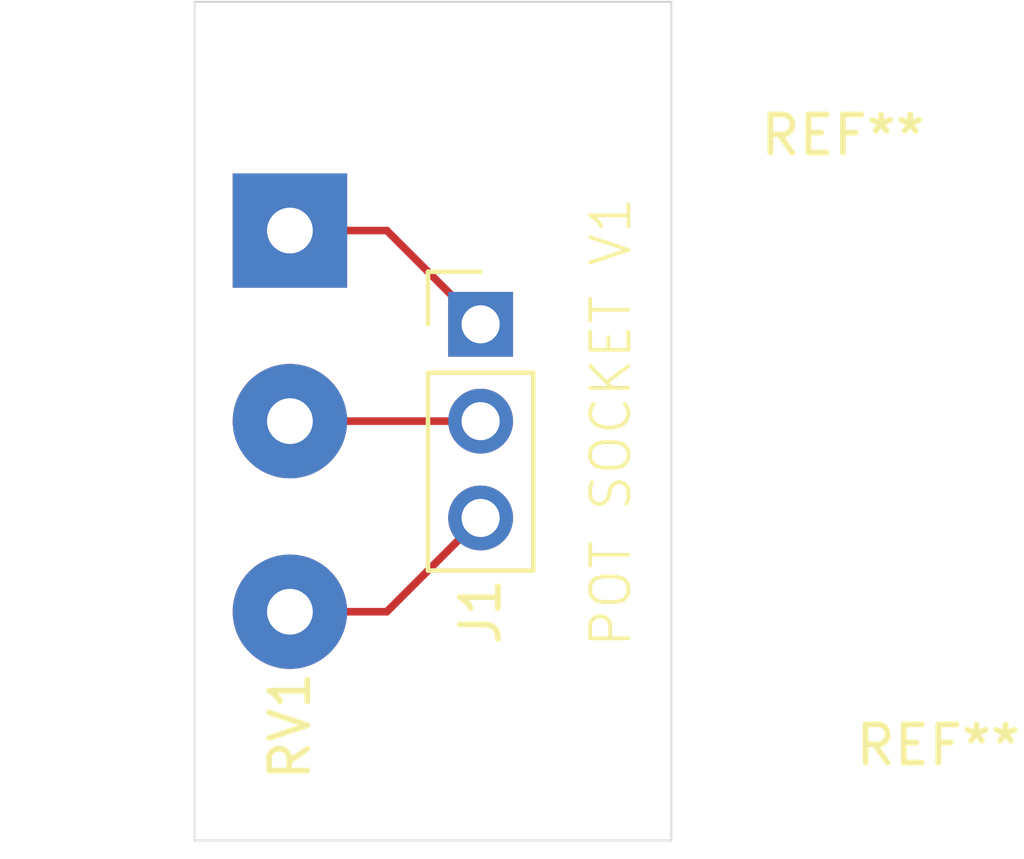
<source format=kicad_pcb>
(kicad_pcb (version 20241229) (generator "pcbnew") (generator_version "9.0")
  (layers (0 "F.Cu" signal) (2 "B.Cu" signal) (13 "F.Paste" user) (15 "B.Paste" user) (5 "F.SilkS" user "F.Silkscreen") (7 "B.SilkS" user "B.Silkscreen") (1 "F.Mask" user) (3 "B.Mask" user) (25 "Edge.Cuts" user))
  (net 0 "")
  (net 1 "Net-(J1-Pin_3)")
  (net 2 "Net-(J1-Pin_2)")
  (net 3 "Net-(J1-Pin_1)")
  (footprint "Potentiometer_THT:Potentiometer_Alps_RK163_Single_Horizontal" (layer "F.Cu") (at 145 95)
    (property "Reference" "RV1" (at 0 13 270) (layer "F.SilkS"))
    (property "Value" "R_Potentiometer_US")
    (pad "1" thru_hole rect (at 0 0 180) (size 3 3) (drill 1.2) (layers "*.Cu" "*.Mask") (net 3 "Net-(J1-Pin_1)"))
    (pad "2" thru_hole circle (at 0 5 180) (size 3 3) (drill 1.2) (layers "*.Cu" "*.Mask") (net 2 "Net-(J1-Pin_2)"))
    (pad "3" thru_hole circle (at 0 10 180) (size 3 3) (drill 1.2) (layers "*.Cu" "*.Mask") (net 1 "Net-(J1-Pin_3)"))
  )
  (footprint "MountingHole:MountingHole_2.2mm_M2" (layer "F.Cu") (at 152.5 92.5)
    (property "Reference" "REF**" (at 7 0 0) (layer "F.SilkS"))
    (property "Value" "MountingHole_2.2mm_M2")
    (pad "" np_thru_hole circle (at 0 0) (size 2.2 2.2) (drill 2.2) (layers "*.Cu" "*.Mask"))
  )
  (footprint "Connector_PinHeader_2.54mm:PinHeader_1x03_P2.54mm_Vertical" (layer "F.Cu") (at 150 97.46)
    (property "Reference" "J1" (at 0 7.54 90) (layer "F.SilkS"))
    (property "Value" "Conn_01x03")
    (fp_line (start -1.38 -1.38) (end 0 -1.38) (stroke (width 0.12)) (layer "F.SilkS"))
    (fp_line (start -1.38 0) (end -1.38 -1.38) (stroke (width 0.12)) (layer "F.SilkS"))
    (fp_line (start -1.38 1.27) (end -1.38 6.46) (stroke (width 0.12)) (layer "F.SilkS"))
    (fp_line (start -1.38 1.27) (end 1.38 1.27) (stroke (width 0.12)) (layer "F.SilkS"))
    (fp_line (start -1.38 6.46) (end 1.38 6.46) (stroke (width 0.12)) (layer "F.SilkS"))
    (fp_line (start 1.38 1.27) (end 1.38 6.46) (stroke (width 0.12)) (layer "F.SilkS"))
    (pad "1" thru_hole rect (at 0 0) (size 1.7 1.7) (drill 1) (layers "*.Cu" "*.Mask") (net 3 "Net-(J1-Pin_1)"))
    (pad "2" thru_hole circle (at 0 2.54) (size 1.7 1.7) (drill 1) (layers "*.Cu" "*.Mask") (net 2 "Net-(J1-Pin_2)"))
    (pad "3" thru_hole circle (at 0 5.08) (size 1.7 1.7) (drill 1) (layers "*.Cu" "*.Mask") (net 1 "Net-(J1-Pin_3)"))
  )
  (footprint "MountingHole:MountingHole_2.2mm_M2" (layer "F.Cu") (at 152.5 107.5)
    (property "Reference" "REF**" (at 9.5 1 0) (layer "F.SilkS"))
    (property "Value" "MountingHole_2.2mm_M2")
    (pad "" np_thru_hole circle (at 0 0) (size 2.2 2.2) (drill 2.2) (layers "*.Cu" "*.Mask"))
  )
  (gr_rect (start 142.5 89) (end 155 111) (stroke (width 0.05)) (fill no) (layer "Edge.Cuts"))
  (gr_text "POT SOCKET V1" (at 154 106 90) (layer "F.SilkS") (effects (font (size 1 1) (thickness 0.1)) (justify left bottom)))
  (segment (start 147.54 105) (end 150 102.54) (width 0.2) (layer "F.Cu") (net 1))
  (segment (start 145 105) (end 147.54 105) (width 0.2) (layer "F.Cu") (net 1))
  (segment (start 145 100) (end 150 100) (width 0.2) (layer "F.Cu") (net 2))
  (segment (start 147.54 95) (end 150 97.46) (width 0.2) (layer "F.Cu") (net 3))
  (segment (start 145 95) (end 147.54 95) (width 0.2) (layer "F.Cu") (net 3))
)
</source>
